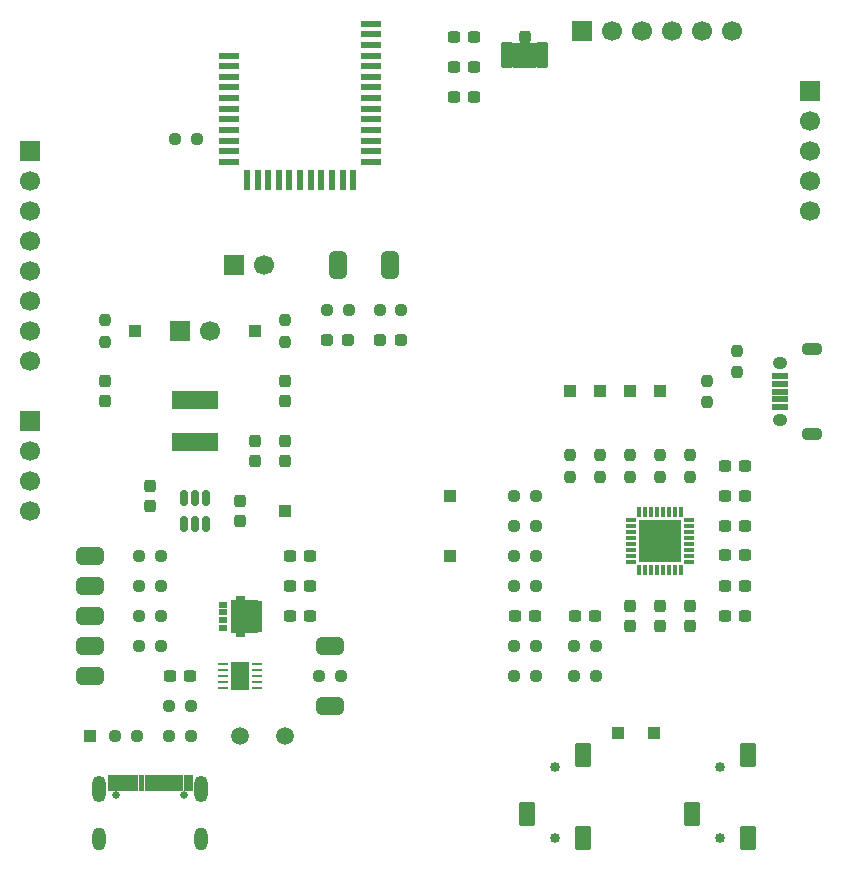
<source format=gbr>
%TF.GenerationSoftware,KiCad,Pcbnew,9.0.1*%
%TF.CreationDate,2025-05-21T12:09:37+01:00*%
%TF.ProjectId,FSC-BT631D-Breakout,4653432d-4254-4363-9331-442d42726561,rev?*%
%TF.SameCoordinates,Original*%
%TF.FileFunction,Soldermask,Top*%
%TF.FilePolarity,Negative*%
%FSLAX46Y46*%
G04 Gerber Fmt 4.6, Leading zero omitted, Abs format (unit mm)*
G04 Created by KiCad (PCBNEW 9.0.1) date 2025-05-21 12:09:37*
%MOMM*%
%LPD*%
G01*
G04 APERTURE LIST*
G04 Aperture macros list*
%AMRoundRect*
0 Rectangle with rounded corners*
0 $1 Rounding radius*
0 $2 $3 $4 $5 $6 $7 $8 $9 X,Y pos of 4 corners*
0 Add a 4 corners polygon primitive as box body*
4,1,4,$2,$3,$4,$5,$6,$7,$8,$9,$2,$3,0*
0 Add four circle primitives for the rounded corners*
1,1,$1+$1,$2,$3*
1,1,$1+$1,$4,$5*
1,1,$1+$1,$6,$7*
1,1,$1+$1,$8,$9*
0 Add four rect primitives between the rounded corners*
20,1,$1+$1,$2,$3,$4,$5,0*
20,1,$1+$1,$4,$5,$6,$7,0*
20,1,$1+$1,$6,$7,$8,$9,0*
20,1,$1+$1,$8,$9,$2,$3,0*%
%AMFreePoly0*
4,1,23,0.500000,-0.750000,0.000000,-0.750000,0.000000,-0.745722,-0.065263,-0.745722,-0.191342,-0.711940,-0.304381,-0.646677,-0.396677,-0.554381,-0.461940,-0.441342,-0.495722,-0.315263,-0.495722,-0.250000,-0.500000,-0.250000,-0.500000,0.250000,-0.495722,0.250000,-0.495722,0.315263,-0.461940,0.441342,-0.396677,0.554381,-0.304381,0.646677,-0.191342,0.711940,-0.065263,0.745722,0.000000,0.745722,
0.000000,0.750000,0.500000,0.750000,0.500000,-0.750000,0.500000,-0.750000,$1*%
%AMFreePoly1*
4,1,23,0.000000,0.745722,0.065263,0.745722,0.191342,0.711940,0.304381,0.646677,0.396677,0.554381,0.461940,0.441342,0.495722,0.315263,0.495722,0.250000,0.500000,0.250000,0.500000,-0.250000,0.495722,-0.250000,0.495722,-0.315263,0.461940,-0.441342,0.396677,-0.554381,0.304381,-0.646677,0.191342,-0.711940,0.065263,-0.745722,0.000000,-0.745722,0.000000,-0.750000,-0.500000,-0.750000,
-0.500000,0.750000,0.000000,0.750000,0.000000,0.745722,0.000000,0.745722,$1*%
G04 Aperture macros list end*
%ADD10C,0.010000*%
%ADD11RoundRect,0.250000X-0.250000X0.275000X-0.250000X-0.275000X0.250000X-0.275000X0.250000X0.275000X0*%
%ADD12RoundRect,0.250000X-0.275000X0.850000X-0.275000X-0.850000X0.275000X-0.850000X0.275000X0.850000X0*%
%ADD13RoundRect,0.237500X-0.300000X-0.237500X0.300000X-0.237500X0.300000X0.237500X-0.300000X0.237500X0*%
%ADD14RoundRect,0.237500X0.300000X0.237500X-0.300000X0.237500X-0.300000X-0.237500X0.300000X-0.237500X0*%
%ADD15RoundRect,0.150000X0.150000X-0.512500X0.150000X0.512500X-0.150000X0.512500X-0.150000X-0.512500X0*%
%ADD16R,1.000000X1.000000*%
%ADD17RoundRect,0.237500X-0.237500X0.300000X-0.237500X-0.300000X0.237500X-0.300000X0.237500X0.300000X0*%
%ADD18FreePoly0,180.000000*%
%ADD19FreePoly1,180.000000*%
%ADD20RoundRect,0.237500X0.237500X-0.287500X0.237500X0.287500X-0.237500X0.287500X-0.237500X-0.287500X0*%
%ADD21RoundRect,0.237500X0.250000X0.237500X-0.250000X0.237500X-0.250000X-0.237500X0.250000X-0.237500X0*%
%ADD22RoundRect,0.237500X-0.250000X-0.237500X0.250000X-0.237500X0.250000X0.237500X-0.250000X0.237500X0*%
%ADD23RoundRect,0.237500X-0.237500X0.250000X-0.237500X-0.250000X0.237500X-0.250000X0.237500X0.250000X0*%
%ADD24R,0.300000X0.850000*%
%ADD25R,0.850000X0.300000*%
%ADD26R,3.550000X3.550000*%
%ADD27RoundRect,0.102000X-0.250000X-0.175000X0.250000X-0.175000X0.250000X0.175000X-0.250000X0.175000X0*%
%ADD28RoundRect,0.237500X0.237500X-0.300000X0.237500X0.300000X-0.237500X0.300000X-0.237500X-0.300000X0*%
%ADD29RoundRect,0.237500X0.287500X0.237500X-0.287500X0.237500X-0.287500X-0.237500X0.287500X-0.237500X0*%
%ADD30FreePoly0,90.000000*%
%ADD31FreePoly1,90.000000*%
%ADD32C,0.850000*%
%ADD33RoundRect,0.210000X0.490000X-0.790000X0.490000X0.790000X-0.490000X0.790000X-0.490000X-0.790000X0*%
%ADD34R,4.000000X1.500000*%
%ADD35RoundRect,0.237500X0.237500X-0.250000X0.237500X0.250000X-0.237500X0.250000X-0.237500X-0.250000X0*%
%ADD36C,0.650000*%
%ADD37O,1.154000X2.254000*%
%ADD38O,1.154000X1.954000*%
%ADD39C,1.500000*%
%ADD40FreePoly0,0.000000*%
%ADD41FreePoly1,0.000000*%
%ADD42RoundRect,0.020000X0.655000X-0.180000X0.655000X0.180000X-0.655000X0.180000X-0.655000X-0.180000X0*%
%ADD43O,1.800000X1.100000*%
%ADD44O,1.250000X1.050000*%
%ADD45R,1.700000X1.700000*%
%ADD46C,1.700000*%
%ADD47RoundRect,0.062500X-0.362500X-0.062500X0.362500X-0.062500X0.362500X0.062500X-0.362500X0.062500X0*%
%ADD48R,1.650000X2.380000*%
%ADD49RoundRect,0.237500X-0.287500X-0.237500X0.287500X-0.237500X0.287500X0.237500X-0.287500X0.237500X0*%
%ADD50RoundRect,0.075000X-0.775000X-0.175000X0.775000X-0.175000X0.775000X0.175000X-0.775000X0.175000X0*%
%ADD51RoundRect,0.075000X0.175000X-0.775000X0.175000X0.775000X-0.175000X0.775000X-0.175000X-0.775000X0*%
G04 APERTURE END LIST*
%TO.C,AE1*%
G36*
X136781000Y-56922000D02*
G01*
X134901000Y-56922000D01*
X134901000Y-59012000D01*
X136781000Y-59012000D01*
X136781000Y-56922000D01*
G37*
%TO.C,JP4*%
G36*
X99190000Y-103620000D02*
G01*
X98890000Y-103620000D01*
X98890000Y-102120000D01*
X99190000Y-102120000D01*
X99190000Y-103620000D01*
G37*
%TO.C,JP1*%
G36*
X99190000Y-111240000D02*
G01*
X98890000Y-111240000D01*
X98890000Y-109740000D01*
X99190000Y-109740000D01*
X99190000Y-111240000D01*
G37*
D10*
%TO.C,Q1*%
X112055000Y-104085000D02*
X113190000Y-104085000D01*
X113190000Y-104135000D01*
X113490000Y-104135000D01*
X113490000Y-106685000D01*
X113190000Y-106685000D01*
X113190000Y-106735000D01*
X112055000Y-106735000D01*
X112055000Y-107115000D01*
X111425000Y-107115000D01*
X111425000Y-106735000D01*
X111010000Y-106735000D01*
X111010000Y-104085000D01*
X111425000Y-104085000D01*
X111425000Y-103705000D01*
X112055000Y-103705000D01*
X112055000Y-104085000D01*
G36*
X112055000Y-104085000D02*
G01*
X113190000Y-104085000D01*
X113190000Y-104135000D01*
X113490000Y-104135000D01*
X113490000Y-106685000D01*
X113190000Y-106685000D01*
X113190000Y-106735000D01*
X112055000Y-106735000D01*
X112055000Y-107115000D01*
X111425000Y-107115000D01*
X111425000Y-106735000D01*
X111010000Y-106735000D01*
X111010000Y-104085000D01*
X111425000Y-104085000D01*
X111425000Y-103705000D01*
X112055000Y-103705000D01*
X112055000Y-104085000D01*
G37*
%TO.C,JP9*%
G36*
X123710000Y-75842000D02*
G01*
X125210000Y-75842000D01*
X125210000Y-75542000D01*
X123710000Y-75542000D01*
X123710000Y-75842000D01*
G37*
%TO.C,J1*%
X101270000Y-120135000D02*
X100570000Y-120135000D01*
X100570000Y-118895000D01*
X101270000Y-118895000D01*
X101270000Y-120135000D01*
G36*
X101270000Y-120135000D02*
G01*
X100570000Y-120135000D01*
X100570000Y-118895000D01*
X101270000Y-118895000D01*
X101270000Y-120135000D01*
G37*
X102070000Y-120135000D02*
X101370000Y-120135000D01*
X101370000Y-118895000D01*
X102070000Y-118895000D01*
X102070000Y-120135000D01*
G36*
X102070000Y-120135000D02*
G01*
X101370000Y-120135000D01*
X101370000Y-118895000D01*
X102070000Y-118895000D01*
X102070000Y-120135000D01*
G37*
X102570000Y-120135000D02*
X102170000Y-120135000D01*
X102170000Y-118895000D01*
X102570000Y-118895000D01*
X102570000Y-120135000D01*
G36*
X102570000Y-120135000D02*
G01*
X102170000Y-120135000D01*
X102170000Y-118895000D01*
X102570000Y-118895000D01*
X102570000Y-120135000D01*
G37*
X103070000Y-120135000D02*
X102670000Y-120135000D01*
X102670000Y-118895000D01*
X103070000Y-118895000D01*
X103070000Y-120135000D01*
G36*
X103070000Y-120135000D02*
G01*
X102670000Y-120135000D01*
X102670000Y-118895000D01*
X103070000Y-118895000D01*
X103070000Y-120135000D01*
G37*
X103570000Y-120135000D02*
X103170000Y-120135000D01*
X103170000Y-118895000D01*
X103570000Y-118895000D01*
X103570000Y-120135000D01*
G36*
X103570000Y-120135000D02*
G01*
X103170000Y-120135000D01*
X103170000Y-118895000D01*
X103570000Y-118895000D01*
X103570000Y-120135000D01*
G37*
X104070000Y-120135000D02*
X103670000Y-120135000D01*
X103670000Y-118895000D01*
X104070000Y-118895000D01*
X104070000Y-120135000D01*
G36*
X104070000Y-120135000D02*
G01*
X103670000Y-120135000D01*
X103670000Y-118895000D01*
X104070000Y-118895000D01*
X104070000Y-120135000D01*
G37*
X104570000Y-120135000D02*
X104170000Y-120135000D01*
X104170000Y-118895000D01*
X104570000Y-118895000D01*
X104570000Y-120135000D01*
G36*
X104570000Y-120135000D02*
G01*
X104170000Y-120135000D01*
X104170000Y-118895000D01*
X104570000Y-118895000D01*
X104570000Y-120135000D01*
G37*
X105070000Y-120135000D02*
X104670000Y-120135000D01*
X104670000Y-118895000D01*
X105070000Y-118895000D01*
X105070000Y-120135000D01*
G36*
X105070000Y-120135000D02*
G01*
X104670000Y-120135000D01*
X104670000Y-118895000D01*
X105070000Y-118895000D01*
X105070000Y-120135000D01*
G37*
X105570000Y-120135000D02*
X105170000Y-120135000D01*
X105170000Y-118895000D01*
X105570000Y-118895000D01*
X105570000Y-120135000D01*
G36*
X105570000Y-120135000D02*
G01*
X105170000Y-120135000D01*
X105170000Y-118895000D01*
X105570000Y-118895000D01*
X105570000Y-120135000D01*
G37*
X106070000Y-120135000D02*
X105670000Y-120135000D01*
X105670000Y-118895000D01*
X106070000Y-118895000D01*
X106070000Y-120135000D01*
G36*
X106070000Y-120135000D02*
G01*
X105670000Y-120135000D01*
X105670000Y-118895000D01*
X106070000Y-118895000D01*
X106070000Y-120135000D01*
G37*
X106870000Y-120135000D02*
X106170000Y-120135000D01*
X106170000Y-118895000D01*
X106870000Y-118895000D01*
X106870000Y-120135000D01*
G36*
X106870000Y-120135000D02*
G01*
X106170000Y-120135000D01*
X106170000Y-118895000D01*
X106870000Y-118895000D01*
X106870000Y-120135000D01*
G37*
X107670000Y-120135000D02*
X106970000Y-120135000D01*
X106970000Y-118895000D01*
X107670000Y-118895000D01*
X107670000Y-120135000D01*
G36*
X107670000Y-120135000D02*
G01*
X106970000Y-120135000D01*
X106970000Y-118895000D01*
X107670000Y-118895000D01*
X107670000Y-120135000D01*
G37*
%TO.C,JP7*%
G36*
X119210000Y-107200000D02*
G01*
X119510000Y-107200000D01*
X119510000Y-108700000D01*
X119210000Y-108700000D01*
X119210000Y-107200000D01*
G37*
%TO.C,JP2*%
G36*
X99190000Y-108700000D02*
G01*
X98890000Y-108700000D01*
X98890000Y-107200000D01*
X99190000Y-107200000D01*
X99190000Y-108700000D01*
G37*
%TO.C,JP6*%
G36*
X99190000Y-101080000D02*
G01*
X98890000Y-101080000D01*
X98890000Y-99580000D01*
X99190000Y-99580000D01*
X99190000Y-101080000D01*
G37*
%TO.C,JP8*%
G36*
X119280000Y-75842000D02*
G01*
X120780000Y-75842000D01*
X120780000Y-75542000D01*
X119280000Y-75542000D01*
X119280000Y-75842000D01*
G37*
%TO.C,JP5*%
G36*
X119210000Y-112280000D02*
G01*
X119510000Y-112280000D01*
X119510000Y-113780000D01*
X119210000Y-113780000D01*
X119210000Y-112280000D01*
G37*
%TO.C,JP3*%
G36*
X99190000Y-106160000D02*
G01*
X98890000Y-106160000D01*
X98890000Y-104660000D01*
X99190000Y-104660000D01*
X99190000Y-106160000D01*
G37*
%TD*%
D11*
%TO.C,AE1*%
X135841000Y-56387000D03*
D12*
X137316000Y-57912000D03*
X134366000Y-57912000D03*
%TD*%
D13*
%TO.C,C9*%
X152807500Y-95250000D03*
X154532500Y-95250000D03*
%TD*%
D14*
%TO.C,C3*%
X117682500Y-100330000D03*
X115957500Y-100330000D03*
%TD*%
%TO.C,C1*%
X117682500Y-105410000D03*
X115957500Y-105410000D03*
%TD*%
D15*
%TO.C,U2*%
X106980000Y-97657500D03*
X107930000Y-97657500D03*
X108880000Y-97657500D03*
X108880000Y-95382500D03*
X107930000Y-95382500D03*
X106980000Y-95382500D03*
%TD*%
D16*
%TO.C,TP7*%
X147320000Y-86360000D03*
%TD*%
D17*
%TO.C,C5*%
X104120000Y-94387500D03*
X104120000Y-96112500D03*
%TD*%
D18*
%TO.C,JP4*%
X99690000Y-102870000D03*
D19*
X98390000Y-102870000D03*
%TD*%
D20*
%TO.C,D2*%
X115550000Y-87235000D03*
X115550000Y-85485000D03*
%TD*%
D21*
%TO.C,R5*%
X105032500Y-105410000D03*
X103207500Y-105410000D03*
%TD*%
D18*
%TO.C,JP1*%
X99690000Y-110490000D03*
D19*
X98390000Y-110490000D03*
%TD*%
D22*
%TO.C,R23*%
X134977500Y-100330000D03*
X136802500Y-100330000D03*
%TD*%
D23*
%TO.C,R12*%
X147320000Y-91797500D03*
X147320000Y-93622500D03*
%TD*%
D21*
%TO.C,R3*%
X107572500Y-115570000D03*
X105747500Y-115570000D03*
%TD*%
D24*
%TO.C,IC1*%
X149070000Y-96610000D03*
X148570000Y-96610000D03*
X148070000Y-96610000D03*
X147570000Y-96610000D03*
X147070000Y-96610000D03*
X146570000Y-96610000D03*
X146070000Y-96610000D03*
X145570000Y-96610000D03*
D25*
X144870000Y-97310000D03*
X144870000Y-97810000D03*
X144870000Y-98310000D03*
X144870000Y-98810000D03*
X144870000Y-99310000D03*
X144870000Y-99810000D03*
X144870000Y-100310000D03*
X144870000Y-100810000D03*
D24*
X145570000Y-101510000D03*
X146070000Y-101510000D03*
X146570000Y-101510000D03*
X147070000Y-101510000D03*
X147570000Y-101510000D03*
X148070000Y-101510000D03*
X148570000Y-101510000D03*
X149070000Y-101510000D03*
D25*
X149770000Y-100810000D03*
X149770000Y-100310000D03*
X149770000Y-99810000D03*
X149770000Y-99310000D03*
X149770000Y-98810000D03*
X149770000Y-98310000D03*
X149770000Y-97810000D03*
X149770000Y-97310000D03*
D26*
X147320000Y-99060000D03*
%TD*%
D27*
%TO.C,Q1*%
X110340000Y-104435000D03*
X110340000Y-105085000D03*
X110340000Y-105735000D03*
X110340000Y-106385000D03*
%TD*%
D21*
%TO.C,R14*%
X136802500Y-110490000D03*
X134977500Y-110490000D03*
%TD*%
D13*
%TO.C,C14*%
X152807500Y-105410000D03*
X154532500Y-105410000D03*
%TD*%
D14*
%TO.C,C2*%
X117682500Y-102870000D03*
X115957500Y-102870000D03*
%TD*%
D16*
%TO.C,TP13*%
X129540000Y-95250000D03*
%TD*%
D14*
%TO.C,C16*%
X136752500Y-105410000D03*
X135027500Y-105410000D03*
%TD*%
D28*
%TO.C,C7*%
X113010000Y-92302500D03*
X113010000Y-90577500D03*
%TD*%
D16*
%TO.C,TP14*%
X129540000Y-100330000D03*
%TD*%
D29*
%TO.C,D3*%
X120905000Y-82042000D03*
X119155000Y-82042000D03*
%TD*%
D30*
%TO.C,JP9*%
X124460000Y-76342000D03*
D31*
X124460000Y-75042000D03*
%TD*%
D16*
%TO.C,TP9*%
X142240000Y-86360000D03*
%TD*%
D32*
%TO.C,J4*%
X152400000Y-124180000D03*
X152400000Y-118180000D03*
D33*
X154800000Y-124180000D03*
X150000000Y-122180000D03*
X154800000Y-117180000D03*
%TD*%
D22*
%TO.C,R19*%
X140057500Y-107950000D03*
X141882500Y-107950000D03*
%TD*%
%TO.C,R27*%
X119117500Y-79502000D03*
X120942500Y-79502000D03*
%TD*%
D34*
%TO.C,L1*%
X107930000Y-90700000D03*
X107930000Y-87100000D03*
%TD*%
D21*
%TO.C,R1*%
X103000500Y-115570000D03*
X101175500Y-115570000D03*
%TD*%
%TO.C,R6*%
X105032500Y-102870000D03*
X103207500Y-102870000D03*
%TD*%
%TO.C,R8*%
X120272500Y-110490000D03*
X118447500Y-110490000D03*
%TD*%
D13*
%TO.C,C17*%
X140107500Y-105410000D03*
X141832500Y-105410000D03*
%TD*%
D16*
%TO.C,TP12*%
X143764000Y-115316000D03*
%TD*%
D35*
%TO.C,R9*%
X100310000Y-82192500D03*
X100310000Y-80367500D03*
%TD*%
D36*
%TO.C,J1*%
X101230000Y-120585000D03*
X107010000Y-120585000D03*
D37*
X99795000Y-120065000D03*
D38*
X99795000Y-124265000D03*
D37*
X108445000Y-120065000D03*
D38*
X108445000Y-124265000D03*
%TD*%
D39*
%TO.C,TP3*%
X111740000Y-115570000D03*
%TD*%
D40*
%TO.C,JP7*%
X118710000Y-107950000D03*
D41*
X120010000Y-107950000D03*
%TD*%
D14*
%TO.C,C13*%
X154532500Y-92710000D03*
X152807500Y-92710000D03*
%TD*%
D42*
%TO.C,J5*%
X157480000Y-87710000D03*
X157480000Y-87060000D03*
X157480000Y-86410000D03*
X157480000Y-85760000D03*
X157480000Y-85110000D03*
D43*
X160155000Y-89985000D03*
D44*
X157430000Y-88835000D03*
X157430000Y-83985000D03*
D43*
X160155000Y-82835000D03*
%TD*%
D21*
%TO.C,R15*%
X136802500Y-107950000D03*
X134977500Y-107950000D03*
%TD*%
D13*
%TO.C,C12*%
X152807500Y-102870000D03*
X154532500Y-102870000D03*
%TD*%
D39*
%TO.C,TP2*%
X115550000Y-115570000D03*
%TD*%
D20*
%TO.C,D1*%
X100310000Y-87235000D03*
X100310000Y-85485000D03*
%TD*%
D13*
%TO.C,C22*%
X129847000Y-61468000D03*
X131572000Y-61468000D03*
%TD*%
D17*
%TO.C,C6*%
X111740000Y-95657500D03*
X111740000Y-97382500D03*
%TD*%
D16*
%TO.C,TP8*%
X144780000Y-86360000D03*
%TD*%
D17*
%TO.C,C18*%
X144780000Y-104547500D03*
X144780000Y-106272500D03*
%TD*%
D45*
%TO.C,J6*%
X160045000Y-60990000D03*
D46*
X160045000Y-63530000D03*
X160045000Y-66070000D03*
X160045000Y-68610000D03*
X160045000Y-71150000D03*
%TD*%
D13*
%TO.C,C20*%
X129847000Y-56388000D03*
X131572000Y-56388000D03*
%TD*%
D16*
%TO.C,TP1*%
X99040000Y-115570000D03*
%TD*%
D23*
%TO.C,R17*%
X139700000Y-91797500D03*
X139700000Y-93622500D03*
%TD*%
%TO.C,R16*%
X142240000Y-91797500D03*
X142240000Y-93622500D03*
%TD*%
D28*
%TO.C,C8*%
X115550000Y-92302500D03*
X115550000Y-90577500D03*
%TD*%
D35*
%TO.C,R11*%
X149860000Y-93622500D03*
X149860000Y-91797500D03*
%TD*%
D45*
%TO.C,J10*%
X93980000Y-66040000D03*
D46*
X93980000Y-68580000D03*
X93980000Y-71120000D03*
X93980000Y-73660000D03*
X93980000Y-76200000D03*
X93980000Y-78740000D03*
X93980000Y-81280000D03*
X93980000Y-83820000D03*
%TD*%
D21*
%TO.C,R2*%
X107572500Y-113030000D03*
X105747500Y-113030000D03*
%TD*%
D16*
%TO.C,TP6*%
X113010000Y-81280000D03*
%TD*%
D13*
%TO.C,C21*%
X129847000Y-58928000D03*
X131572000Y-58928000D03*
%TD*%
D23*
%TO.C,R13*%
X144780000Y-91797500D03*
X144780000Y-93622500D03*
%TD*%
D18*
%TO.C,JP2*%
X99690000Y-107950000D03*
D19*
X98390000Y-107950000D03*
%TD*%
D16*
%TO.C,TP4*%
X115550000Y-96520000D03*
%TD*%
D22*
%TO.C,R26*%
X106275500Y-65024000D03*
X108100500Y-65024000D03*
%TD*%
D32*
%TO.C,J3*%
X138430000Y-124180000D03*
X138430000Y-118180000D03*
D33*
X140830000Y-124180000D03*
X136030000Y-122180000D03*
X140830000Y-117180000D03*
%TD*%
D18*
%TO.C,JP6*%
X99690000Y-100330000D03*
D19*
X98390000Y-100330000D03*
%TD*%
D35*
%TO.C,R25*%
X151310000Y-87322500D03*
X151310000Y-85497500D03*
%TD*%
D45*
%TO.C,J7*%
X140716000Y-55880000D03*
D46*
X143256000Y-55880000D03*
X145796000Y-55880000D03*
X148336000Y-55880000D03*
X150876000Y-55880000D03*
X153416000Y-55880000D03*
%TD*%
D22*
%TO.C,R28*%
X123562500Y-79502000D03*
X125387500Y-79502000D03*
%TD*%
D35*
%TO.C,R10*%
X115550000Y-82192500D03*
X115550000Y-80367500D03*
%TD*%
D17*
%TO.C,C15*%
X149860000Y-104547500D03*
X149860000Y-106272500D03*
%TD*%
D16*
%TO.C,TP5*%
X102850000Y-81280000D03*
%TD*%
D22*
%TO.C,R21*%
X134977500Y-97790000D03*
X136802500Y-97790000D03*
%TD*%
%TO.C,R18*%
X140057500Y-110490000D03*
X141882500Y-110490000D03*
%TD*%
D45*
%TO.C,J8*%
X93980000Y-88900000D03*
D46*
X93980000Y-91440000D03*
X93980000Y-93980000D03*
X93980000Y-96520000D03*
%TD*%
D45*
%TO.C,J2*%
X106680000Y-81280000D03*
D46*
X109220000Y-81280000D03*
%TD*%
D30*
%TO.C,JP8*%
X120030000Y-76342000D03*
D31*
X120030000Y-75042000D03*
%TD*%
D13*
%TO.C,C4*%
X105797500Y-110490000D03*
X107522500Y-110490000D03*
%TD*%
D47*
%TO.C,U1*%
X110290000Y-109490000D03*
X110290000Y-109990000D03*
X110290000Y-110490000D03*
X110290000Y-110990000D03*
X110290000Y-111490000D03*
X113190000Y-111490000D03*
X113190000Y-110990000D03*
X113190000Y-110490000D03*
X113190000Y-109990000D03*
X113190000Y-109490000D03*
D48*
X111740000Y-110490000D03*
%TD*%
D49*
%TO.C,D4*%
X123600000Y-82042000D03*
X125350000Y-82042000D03*
%TD*%
D35*
%TO.C,R24*%
X153850000Y-84782500D03*
X153850000Y-82957500D03*
%TD*%
D40*
%TO.C,JP5*%
X118710000Y-113030000D03*
D41*
X120010000Y-113030000D03*
%TD*%
D18*
%TO.C,JP3*%
X99690000Y-105410000D03*
D19*
X98390000Y-105410000D03*
%TD*%
D16*
%TO.C,TP10*%
X146814000Y-115316000D03*
%TD*%
D50*
%TO.C,U3*%
X110840000Y-57960000D03*
X110840000Y-58860000D03*
X110840000Y-59760000D03*
X110840000Y-60660000D03*
X110840000Y-61560000D03*
X110840000Y-62460000D03*
X110840000Y-63360000D03*
X110840000Y-64260000D03*
X110840000Y-65160000D03*
X110840000Y-66060000D03*
X110840000Y-66960000D03*
D51*
X112340000Y-68460000D03*
X113240000Y-68460000D03*
X114140000Y-68460000D03*
X115040000Y-68460000D03*
X115940000Y-68460000D03*
X116840000Y-68460000D03*
X117740000Y-68460000D03*
X118640000Y-68460000D03*
X119540000Y-68460000D03*
X120440000Y-68460000D03*
X121340000Y-68460000D03*
D50*
X122840000Y-66960000D03*
X122840000Y-66060000D03*
X122840000Y-65160000D03*
X122840000Y-64260000D03*
X122840000Y-63360000D03*
X122840000Y-62460000D03*
X122840000Y-61560000D03*
X122840000Y-60660000D03*
X122840000Y-59760000D03*
X122840000Y-58860000D03*
X122840000Y-57960000D03*
X122840000Y-57060000D03*
X122840000Y-56160000D03*
X122840000Y-55260000D03*
%TD*%
D22*
%TO.C,R22*%
X134977500Y-95250000D03*
X136802500Y-95250000D03*
%TD*%
D21*
%TO.C,R7*%
X105032500Y-100330000D03*
X103207500Y-100330000D03*
%TD*%
D13*
%TO.C,C11*%
X152807500Y-97790000D03*
X154532500Y-97790000D03*
%TD*%
D21*
%TO.C,R4*%
X105032500Y-107950000D03*
X103207500Y-107950000D03*
%TD*%
D45*
%TO.C,J9*%
X111252000Y-75692000D03*
D46*
X113792000Y-75692000D03*
%TD*%
D17*
%TO.C,C19*%
X147320000Y-104547500D03*
X147320000Y-106272500D03*
%TD*%
D13*
%TO.C,C10*%
X152807500Y-100270000D03*
X154532500Y-100270000D03*
%TD*%
D16*
%TO.C,TP11*%
X139700000Y-86360000D03*
%TD*%
D22*
%TO.C,R20*%
X134977500Y-102870000D03*
X136802500Y-102870000D03*
%TD*%
M02*

</source>
